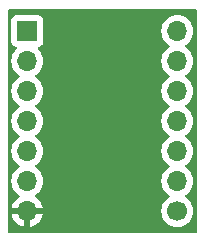
<source format=gbl>
%TF.GenerationSoftware,KiCad,Pcbnew,8.0.4*%
%TF.CreationDate,2025-01-06T14:25:04+00:00*%
%TF.ProjectId,tssop_14_breakout,7473736f-705f-4313-945f-627265616b6f,rev?*%
%TF.SameCoordinates,Original*%
%TF.FileFunction,Copper,L2,Bot*%
%TF.FilePolarity,Positive*%
%FSLAX46Y46*%
G04 Gerber Fmt 4.6, Leading zero omitted, Abs format (unit mm)*
G04 Created by KiCad (PCBNEW 8.0.4) date 2025-01-06 14:25:04*
%MOMM*%
%LPD*%
G01*
G04 APERTURE LIST*
%TA.AperFunction,ComponentPad*%
%ADD10R,1.700000X1.700000*%
%TD*%
%TA.AperFunction,ComponentPad*%
%ADD11O,1.700000X1.700000*%
%TD*%
%TA.AperFunction,ComponentPad*%
%ADD12C,1.700000*%
%TD*%
%TA.AperFunction,ViaPad*%
%ADD13C,0.600000*%
%TD*%
%TA.AperFunction,Conductor*%
%ADD14C,0.200000*%
%TD*%
%TA.AperFunction,Conductor*%
%ADD15C,0.500000*%
%TD*%
G04 APERTURE END LIST*
D10*
%TO.P,J7,1,Pin_1*%
%TO.N,Net-(J7-Pin_1)*%
X52150000Y-52380000D03*
D11*
%TO.P,J7,2,Pin_2*%
%TO.N,Net-(J7-Pin_2)*%
X52150000Y-54920000D03*
%TO.P,J7,3,Pin_3*%
%TO.N,Net-(J7-Pin_3)*%
X52150000Y-57460000D03*
%TO.P,J7,4,Pin_4*%
%TO.N,Net-(J7-Pin_4)*%
X52150000Y-60000000D03*
%TO.P,J7,5,Pin_5*%
%TO.N,Net-(J7-Pin_5)*%
X52150000Y-62540000D03*
%TO.P,J7,6,Pin_6*%
%TO.N,Net-(J7-Pin_6)*%
X52150000Y-65080000D03*
%TO.P,J7,7,Pin_7*%
%TO.N,/GND*%
X52150000Y-67620000D03*
%TD*%
D12*
%TO.P,J8,1,Pin_1*%
%TO.N,Net-(J8-Pin_1)*%
X64850000Y-67620000D03*
D11*
%TO.P,J8,2,Pin_2*%
%TO.N,Net-(J8-Pin_2)*%
X64850000Y-65080000D03*
%TO.P,J8,3,Pin_3*%
%TO.N,Net-(J8-Pin_3)*%
X64850000Y-62540000D03*
%TO.P,J8,4,Pin_4*%
%TO.N,Net-(J8-Pin_4)*%
X64850000Y-60000000D03*
%TO.P,J8,5,Pin_5*%
%TO.N,Net-(J8-Pin_5)*%
X64850000Y-57460000D03*
%TO.P,J8,6,Pin_6*%
%TO.N,Net-(J8-Pin_6)*%
X64850000Y-54920000D03*
%TO.P,J8,7,Pin_7*%
%TO.N,Net-(J8-Pin_7)*%
X64850000Y-52380000D03*
%TD*%
D13*
%TO.N,/GND*%
X57290000Y-65760000D03*
X57462500Y-58170000D03*
%TD*%
D14*
%TO.N,/GND*%
X57462500Y-65587500D02*
X57290000Y-65760000D01*
D15*
X57290000Y-65760000D02*
X55430000Y-67620000D01*
X55430000Y-67620000D02*
X52150000Y-67620000D01*
X57462500Y-58170000D02*
X57462500Y-65587500D01*
%TD*%
%TA.AperFunction,Conductor*%
%TO.N,/GND*%
G36*
X66442539Y-50520185D02*
G01*
X66488294Y-50572989D01*
X66499500Y-50624500D01*
X66499500Y-69375500D01*
X66479815Y-69442539D01*
X66427011Y-69488294D01*
X66375500Y-69499500D01*
X50624500Y-69499500D01*
X50557461Y-69479815D01*
X50511706Y-69427011D01*
X50500500Y-69375500D01*
X50500500Y-54919999D01*
X50794341Y-54919999D01*
X50794341Y-54920000D01*
X50814936Y-55155403D01*
X50814938Y-55155413D01*
X50876094Y-55383655D01*
X50876096Y-55383659D01*
X50876097Y-55383663D01*
X50975965Y-55597830D01*
X50975967Y-55597834D01*
X51111501Y-55791395D01*
X51111506Y-55791402D01*
X51278597Y-55958493D01*
X51278603Y-55958498D01*
X51464158Y-56088425D01*
X51507783Y-56143002D01*
X51514977Y-56212500D01*
X51483454Y-56274855D01*
X51464158Y-56291575D01*
X51278597Y-56421505D01*
X51111505Y-56588597D01*
X50975965Y-56782169D01*
X50975964Y-56782171D01*
X50876098Y-56996335D01*
X50876094Y-56996344D01*
X50814938Y-57224586D01*
X50814936Y-57224596D01*
X50794341Y-57459999D01*
X50794341Y-57460000D01*
X50814936Y-57695403D01*
X50814938Y-57695413D01*
X50876094Y-57923655D01*
X50876096Y-57923659D01*
X50876097Y-57923663D01*
X50975965Y-58137830D01*
X50975967Y-58137834D01*
X51111501Y-58331395D01*
X51111506Y-58331402D01*
X51278597Y-58498493D01*
X51278603Y-58498498D01*
X51464158Y-58628425D01*
X51507783Y-58683002D01*
X51514977Y-58752500D01*
X51483454Y-58814855D01*
X51464158Y-58831575D01*
X51278597Y-58961505D01*
X51111505Y-59128597D01*
X50975965Y-59322169D01*
X50975964Y-59322171D01*
X50876098Y-59536335D01*
X50876094Y-59536344D01*
X50814938Y-59764586D01*
X50814936Y-59764596D01*
X50794341Y-59999999D01*
X50794341Y-60000000D01*
X50814936Y-60235403D01*
X50814938Y-60235413D01*
X50876094Y-60463655D01*
X50876096Y-60463659D01*
X50876097Y-60463663D01*
X50975965Y-60677830D01*
X50975967Y-60677834D01*
X51111501Y-60871395D01*
X51111506Y-60871402D01*
X51278597Y-61038493D01*
X51278603Y-61038498D01*
X51464158Y-61168425D01*
X51507783Y-61223002D01*
X51514977Y-61292500D01*
X51483454Y-61354855D01*
X51464158Y-61371575D01*
X51278597Y-61501505D01*
X51111505Y-61668597D01*
X50975965Y-61862169D01*
X50975964Y-61862171D01*
X50876098Y-62076335D01*
X50876094Y-62076344D01*
X50814938Y-62304586D01*
X50814936Y-62304596D01*
X50794341Y-62539999D01*
X50794341Y-62540000D01*
X50814936Y-62775403D01*
X50814938Y-62775413D01*
X50876094Y-63003655D01*
X50876096Y-63003659D01*
X50876097Y-63003663D01*
X50975965Y-63217830D01*
X50975967Y-63217834D01*
X51111501Y-63411395D01*
X51111506Y-63411402D01*
X51278597Y-63578493D01*
X51278603Y-63578498D01*
X51464158Y-63708425D01*
X51507783Y-63763002D01*
X51514977Y-63832500D01*
X51483454Y-63894855D01*
X51464158Y-63911575D01*
X51278597Y-64041505D01*
X51111505Y-64208597D01*
X50975965Y-64402169D01*
X50975964Y-64402171D01*
X50876098Y-64616335D01*
X50876094Y-64616344D01*
X50814938Y-64844586D01*
X50814936Y-64844596D01*
X50794341Y-65079999D01*
X50794341Y-65080000D01*
X50814936Y-65315403D01*
X50814938Y-65315413D01*
X50876094Y-65543655D01*
X50876096Y-65543659D01*
X50876097Y-65543663D01*
X50975965Y-65757830D01*
X50975967Y-65757834D01*
X51111501Y-65951395D01*
X51111506Y-65951402D01*
X51278597Y-66118493D01*
X51278603Y-66118498D01*
X51464594Y-66248730D01*
X51508219Y-66303307D01*
X51515413Y-66372805D01*
X51483890Y-66435160D01*
X51464595Y-66451880D01*
X51278922Y-66581890D01*
X51278920Y-66581891D01*
X51111891Y-66748920D01*
X51111886Y-66748926D01*
X50976400Y-66942420D01*
X50976399Y-66942422D01*
X50876570Y-67156507D01*
X50876567Y-67156513D01*
X50819364Y-67369999D01*
X50819364Y-67370000D01*
X51716988Y-67370000D01*
X51684075Y-67427007D01*
X51650000Y-67554174D01*
X51650000Y-67685826D01*
X51684075Y-67812993D01*
X51716988Y-67870000D01*
X50819364Y-67870000D01*
X50876567Y-68083486D01*
X50876570Y-68083492D01*
X50976399Y-68297578D01*
X51111894Y-68491082D01*
X51278917Y-68658105D01*
X51472421Y-68793600D01*
X51686507Y-68893429D01*
X51686516Y-68893433D01*
X51900000Y-68950634D01*
X51900000Y-68053012D01*
X51957007Y-68085925D01*
X52084174Y-68120000D01*
X52215826Y-68120000D01*
X52342993Y-68085925D01*
X52400000Y-68053012D01*
X52400000Y-68950633D01*
X52613483Y-68893433D01*
X52613492Y-68893429D01*
X52827578Y-68793600D01*
X53021082Y-68658105D01*
X53188105Y-68491082D01*
X53323600Y-68297578D01*
X53423429Y-68083492D01*
X53423432Y-68083486D01*
X53480636Y-67870000D01*
X52583012Y-67870000D01*
X52615925Y-67812993D01*
X52650000Y-67685826D01*
X52650000Y-67554174D01*
X52615925Y-67427007D01*
X52583012Y-67370000D01*
X53480636Y-67370000D01*
X53480635Y-67369999D01*
X53423432Y-67156513D01*
X53423429Y-67156507D01*
X53323600Y-66942422D01*
X53323599Y-66942420D01*
X53188113Y-66748926D01*
X53188108Y-66748920D01*
X53021078Y-66581890D01*
X52835405Y-66451879D01*
X52791780Y-66397302D01*
X52784588Y-66327804D01*
X52816110Y-66265449D01*
X52835406Y-66248730D01*
X52835842Y-66248425D01*
X53021401Y-66118495D01*
X53188495Y-65951401D01*
X53324035Y-65757830D01*
X53423903Y-65543663D01*
X53485063Y-65315408D01*
X53505659Y-65080000D01*
X53485063Y-64844592D01*
X53423903Y-64616337D01*
X53324035Y-64402171D01*
X53188495Y-64208599D01*
X53188494Y-64208597D01*
X53021402Y-64041506D01*
X53021396Y-64041501D01*
X52835842Y-63911575D01*
X52792217Y-63856998D01*
X52785023Y-63787500D01*
X52816546Y-63725145D01*
X52835842Y-63708425D01*
X52858026Y-63692891D01*
X53021401Y-63578495D01*
X53188495Y-63411401D01*
X53324035Y-63217830D01*
X53423903Y-63003663D01*
X53485063Y-62775408D01*
X53505659Y-62540000D01*
X53485063Y-62304592D01*
X53423903Y-62076337D01*
X53324035Y-61862171D01*
X53188495Y-61668599D01*
X53188494Y-61668597D01*
X53021402Y-61501506D01*
X53021396Y-61501501D01*
X52835842Y-61371575D01*
X52792217Y-61316998D01*
X52785023Y-61247500D01*
X52816546Y-61185145D01*
X52835842Y-61168425D01*
X52858026Y-61152891D01*
X53021401Y-61038495D01*
X53188495Y-60871401D01*
X53324035Y-60677830D01*
X53423903Y-60463663D01*
X53485063Y-60235408D01*
X53505659Y-60000000D01*
X53485063Y-59764592D01*
X53423903Y-59536337D01*
X53324035Y-59322171D01*
X53188495Y-59128599D01*
X53188494Y-59128597D01*
X53021402Y-58961506D01*
X53021396Y-58961501D01*
X52835842Y-58831575D01*
X52792217Y-58776998D01*
X52785023Y-58707500D01*
X52816546Y-58645145D01*
X52835842Y-58628425D01*
X52858026Y-58612891D01*
X53021401Y-58498495D01*
X53188495Y-58331401D01*
X53324035Y-58137830D01*
X53423903Y-57923663D01*
X53485063Y-57695408D01*
X53505659Y-57460000D01*
X53485063Y-57224592D01*
X53423903Y-56996337D01*
X53324035Y-56782171D01*
X53188495Y-56588599D01*
X53188494Y-56588597D01*
X53021402Y-56421506D01*
X53021396Y-56421501D01*
X52835842Y-56291575D01*
X52792217Y-56236998D01*
X52785023Y-56167500D01*
X52816546Y-56105145D01*
X52835842Y-56088425D01*
X52858026Y-56072891D01*
X53021401Y-55958495D01*
X53188495Y-55791401D01*
X53324035Y-55597830D01*
X53423903Y-55383663D01*
X53485063Y-55155408D01*
X53505659Y-54920000D01*
X53485063Y-54684592D01*
X53423903Y-54456337D01*
X53324035Y-54242171D01*
X53188495Y-54048599D01*
X53066567Y-53926671D01*
X53033084Y-53865351D01*
X53038068Y-53795659D01*
X53079939Y-53739725D01*
X53110915Y-53722810D01*
X53242331Y-53673796D01*
X53357546Y-53587546D01*
X53443796Y-53472331D01*
X53494091Y-53337483D01*
X53500500Y-53277873D01*
X53500499Y-52379999D01*
X63494341Y-52379999D01*
X63494341Y-52380000D01*
X63514936Y-52615403D01*
X63514938Y-52615413D01*
X63576094Y-52843655D01*
X63576096Y-52843659D01*
X63576097Y-52843663D01*
X63675965Y-53057830D01*
X63675967Y-53057834D01*
X63811501Y-53251395D01*
X63811506Y-53251402D01*
X63978597Y-53418493D01*
X63978603Y-53418498D01*
X64164158Y-53548425D01*
X64207783Y-53603002D01*
X64214977Y-53672500D01*
X64183454Y-53734855D01*
X64164158Y-53751575D01*
X63978597Y-53881505D01*
X63811505Y-54048597D01*
X63675965Y-54242169D01*
X63675964Y-54242171D01*
X63576098Y-54456335D01*
X63576094Y-54456344D01*
X63514938Y-54684586D01*
X63514936Y-54684596D01*
X63494341Y-54919999D01*
X63494341Y-54920000D01*
X63514936Y-55155403D01*
X63514938Y-55155413D01*
X63576094Y-55383655D01*
X63576096Y-55383659D01*
X63576097Y-55383663D01*
X63675965Y-55597830D01*
X63675967Y-55597834D01*
X63811501Y-55791395D01*
X63811506Y-55791402D01*
X63978597Y-55958493D01*
X63978603Y-55958498D01*
X64164158Y-56088425D01*
X64207783Y-56143002D01*
X64214977Y-56212500D01*
X64183454Y-56274855D01*
X64164158Y-56291575D01*
X63978597Y-56421505D01*
X63811505Y-56588597D01*
X63675965Y-56782169D01*
X63675964Y-56782171D01*
X63576098Y-56996335D01*
X63576094Y-56996344D01*
X63514938Y-57224586D01*
X63514936Y-57224596D01*
X63494341Y-57459999D01*
X63494341Y-57460000D01*
X63514936Y-57695403D01*
X63514938Y-57695413D01*
X63576094Y-57923655D01*
X63576096Y-57923659D01*
X63576097Y-57923663D01*
X63675965Y-58137830D01*
X63675967Y-58137834D01*
X63811501Y-58331395D01*
X63811506Y-58331402D01*
X63978597Y-58498493D01*
X63978603Y-58498498D01*
X64164158Y-58628425D01*
X64207783Y-58683002D01*
X64214977Y-58752500D01*
X64183454Y-58814855D01*
X64164158Y-58831575D01*
X63978597Y-58961505D01*
X63811505Y-59128597D01*
X63675965Y-59322169D01*
X63675964Y-59322171D01*
X63576098Y-59536335D01*
X63576094Y-59536344D01*
X63514938Y-59764586D01*
X63514936Y-59764596D01*
X63494341Y-59999999D01*
X63494341Y-60000000D01*
X63514936Y-60235403D01*
X63514938Y-60235413D01*
X63576094Y-60463655D01*
X63576096Y-60463659D01*
X63576097Y-60463663D01*
X63675965Y-60677830D01*
X63675967Y-60677834D01*
X63811501Y-60871395D01*
X63811506Y-60871402D01*
X63978597Y-61038493D01*
X63978603Y-61038498D01*
X64164158Y-61168425D01*
X64207783Y-61223002D01*
X64214977Y-61292500D01*
X64183454Y-61354855D01*
X64164158Y-61371575D01*
X63978597Y-61501505D01*
X63811505Y-61668597D01*
X63675965Y-61862169D01*
X63675964Y-61862171D01*
X63576098Y-62076335D01*
X63576094Y-62076344D01*
X63514938Y-62304586D01*
X63514936Y-62304596D01*
X63494341Y-62539999D01*
X63494341Y-62540000D01*
X63514936Y-62775403D01*
X63514938Y-62775413D01*
X63576094Y-63003655D01*
X63576096Y-63003659D01*
X63576097Y-63003663D01*
X63675965Y-63217830D01*
X63675967Y-63217834D01*
X63811501Y-63411395D01*
X63811506Y-63411402D01*
X63978597Y-63578493D01*
X63978603Y-63578498D01*
X64164158Y-63708425D01*
X64207783Y-63763002D01*
X64214977Y-63832500D01*
X64183454Y-63894855D01*
X64164158Y-63911575D01*
X63978597Y-64041505D01*
X63811505Y-64208597D01*
X63675965Y-64402169D01*
X63675964Y-64402171D01*
X63576098Y-64616335D01*
X63576094Y-64616344D01*
X63514938Y-64844586D01*
X63514936Y-64844596D01*
X63494341Y-65079999D01*
X63494341Y-65080000D01*
X63514936Y-65315403D01*
X63514938Y-65315413D01*
X63576094Y-65543655D01*
X63576096Y-65543659D01*
X63576097Y-65543663D01*
X63675965Y-65757830D01*
X63675967Y-65757834D01*
X63811501Y-65951395D01*
X63811506Y-65951402D01*
X63978597Y-66118493D01*
X63978603Y-66118498D01*
X64164158Y-66248425D01*
X64207783Y-66303002D01*
X64214977Y-66372500D01*
X64183454Y-66434855D01*
X64164158Y-66451575D01*
X63978597Y-66581505D01*
X63811505Y-66748597D01*
X63675965Y-66942169D01*
X63675964Y-66942171D01*
X63576098Y-67156335D01*
X63576094Y-67156344D01*
X63514938Y-67384586D01*
X63514936Y-67384596D01*
X63494341Y-67619999D01*
X63494341Y-67620000D01*
X63514936Y-67855403D01*
X63514938Y-67855413D01*
X63576094Y-68083655D01*
X63576096Y-68083659D01*
X63576097Y-68083663D01*
X63675847Y-68297578D01*
X63675965Y-68297830D01*
X63675967Y-68297834D01*
X63784281Y-68452521D01*
X63811505Y-68491401D01*
X63978599Y-68658495D01*
X64075384Y-68726265D01*
X64172165Y-68794032D01*
X64172167Y-68794033D01*
X64172170Y-68794035D01*
X64386337Y-68893903D01*
X64614592Y-68955063D01*
X64802918Y-68971539D01*
X64849999Y-68975659D01*
X64850000Y-68975659D01*
X64850001Y-68975659D01*
X64889234Y-68972226D01*
X65085408Y-68955063D01*
X65313663Y-68893903D01*
X65527830Y-68794035D01*
X65721401Y-68658495D01*
X65888495Y-68491401D01*
X66024035Y-68297830D01*
X66123903Y-68083663D01*
X66185063Y-67855408D01*
X66205659Y-67620000D01*
X66185063Y-67384592D01*
X66123903Y-67156337D01*
X66024035Y-66942171D01*
X65888495Y-66748599D01*
X65888494Y-66748597D01*
X65721402Y-66581506D01*
X65721396Y-66581501D01*
X65535842Y-66451575D01*
X65492217Y-66396998D01*
X65485023Y-66327500D01*
X65516546Y-66265145D01*
X65535842Y-66248425D01*
X65558026Y-66232891D01*
X65721401Y-66118495D01*
X65888495Y-65951401D01*
X66024035Y-65757830D01*
X66123903Y-65543663D01*
X66185063Y-65315408D01*
X66205659Y-65080000D01*
X66185063Y-64844592D01*
X66123903Y-64616337D01*
X66024035Y-64402171D01*
X65888495Y-64208599D01*
X65888494Y-64208597D01*
X65721402Y-64041506D01*
X65721396Y-64041501D01*
X65535842Y-63911575D01*
X65492217Y-63856998D01*
X65485023Y-63787500D01*
X65516546Y-63725145D01*
X65535842Y-63708425D01*
X65558026Y-63692891D01*
X65721401Y-63578495D01*
X65888495Y-63411401D01*
X66024035Y-63217830D01*
X66123903Y-63003663D01*
X66185063Y-62775408D01*
X66205659Y-62540000D01*
X66185063Y-62304592D01*
X66123903Y-62076337D01*
X66024035Y-61862171D01*
X65888495Y-61668599D01*
X65888494Y-61668597D01*
X65721402Y-61501506D01*
X65721396Y-61501501D01*
X65535842Y-61371575D01*
X65492217Y-61316998D01*
X65485023Y-61247500D01*
X65516546Y-61185145D01*
X65535842Y-61168425D01*
X65558026Y-61152891D01*
X65721401Y-61038495D01*
X65888495Y-60871401D01*
X66024035Y-60677830D01*
X66123903Y-60463663D01*
X66185063Y-60235408D01*
X66205659Y-60000000D01*
X66185063Y-59764592D01*
X66123903Y-59536337D01*
X66024035Y-59322171D01*
X65888495Y-59128599D01*
X65888494Y-59128597D01*
X65721402Y-58961506D01*
X65721396Y-58961501D01*
X65535842Y-58831575D01*
X65492217Y-58776998D01*
X65485023Y-58707500D01*
X65516546Y-58645145D01*
X65535842Y-58628425D01*
X65558026Y-58612891D01*
X65721401Y-58498495D01*
X65888495Y-58331401D01*
X66024035Y-58137830D01*
X66123903Y-57923663D01*
X66185063Y-57695408D01*
X66205659Y-57460000D01*
X66185063Y-57224592D01*
X66123903Y-56996337D01*
X66024035Y-56782171D01*
X65888495Y-56588599D01*
X65888494Y-56588597D01*
X65721402Y-56421506D01*
X65721396Y-56421501D01*
X65535842Y-56291575D01*
X65492217Y-56236998D01*
X65485023Y-56167500D01*
X65516546Y-56105145D01*
X65535842Y-56088425D01*
X65558026Y-56072891D01*
X65721401Y-55958495D01*
X65888495Y-55791401D01*
X66024035Y-55597830D01*
X66123903Y-55383663D01*
X66185063Y-55155408D01*
X66205659Y-54920000D01*
X66185063Y-54684592D01*
X66123903Y-54456337D01*
X66024035Y-54242171D01*
X65888495Y-54048599D01*
X65888494Y-54048597D01*
X65721402Y-53881506D01*
X65721396Y-53881501D01*
X65535842Y-53751575D01*
X65492217Y-53696998D01*
X65485023Y-53627500D01*
X65516546Y-53565145D01*
X65535842Y-53548425D01*
X65558026Y-53532891D01*
X65721401Y-53418495D01*
X65888495Y-53251401D01*
X66024035Y-53057830D01*
X66123903Y-52843663D01*
X66185063Y-52615408D01*
X66205659Y-52380000D01*
X66185063Y-52144592D01*
X66123903Y-51916337D01*
X66024035Y-51702171D01*
X65888495Y-51508599D01*
X65888494Y-51508597D01*
X65721402Y-51341506D01*
X65721395Y-51341501D01*
X65527834Y-51205967D01*
X65527830Y-51205965D01*
X65527828Y-51205964D01*
X65313663Y-51106097D01*
X65313659Y-51106096D01*
X65313655Y-51106094D01*
X65085413Y-51044938D01*
X65085403Y-51044936D01*
X64850001Y-51024341D01*
X64849999Y-51024341D01*
X64614596Y-51044936D01*
X64614586Y-51044938D01*
X64386344Y-51106094D01*
X64386335Y-51106098D01*
X64172171Y-51205964D01*
X64172169Y-51205965D01*
X63978597Y-51341505D01*
X63811505Y-51508597D01*
X63675965Y-51702169D01*
X63675964Y-51702171D01*
X63576098Y-51916335D01*
X63576094Y-51916344D01*
X63514938Y-52144586D01*
X63514936Y-52144596D01*
X63494341Y-52379999D01*
X53500499Y-52379999D01*
X53500499Y-51482128D01*
X53494091Y-51422517D01*
X53443796Y-51287669D01*
X53443795Y-51287668D01*
X53443793Y-51287664D01*
X53357547Y-51172455D01*
X53357544Y-51172452D01*
X53242335Y-51086206D01*
X53242328Y-51086202D01*
X53107482Y-51035908D01*
X53107483Y-51035908D01*
X53047883Y-51029501D01*
X53047881Y-51029500D01*
X53047873Y-51029500D01*
X53047864Y-51029500D01*
X51252129Y-51029500D01*
X51252123Y-51029501D01*
X51192516Y-51035908D01*
X51057671Y-51086202D01*
X51057664Y-51086206D01*
X50942455Y-51172452D01*
X50942452Y-51172455D01*
X50856206Y-51287664D01*
X50856202Y-51287671D01*
X50805908Y-51422517D01*
X50799501Y-51482116D01*
X50799501Y-51482123D01*
X50799500Y-51482135D01*
X50799500Y-53277870D01*
X50799501Y-53277876D01*
X50805908Y-53337483D01*
X50856202Y-53472328D01*
X50856206Y-53472335D01*
X50942452Y-53587544D01*
X50942455Y-53587547D01*
X51057664Y-53673793D01*
X51057671Y-53673797D01*
X51189081Y-53722810D01*
X51245015Y-53764681D01*
X51269432Y-53830145D01*
X51254580Y-53898418D01*
X51233430Y-53926673D01*
X51111503Y-54048600D01*
X50975965Y-54242169D01*
X50975964Y-54242171D01*
X50876098Y-54456335D01*
X50876094Y-54456344D01*
X50814938Y-54684586D01*
X50814936Y-54684596D01*
X50794341Y-54919999D01*
X50500500Y-54919999D01*
X50500500Y-50624500D01*
X50520185Y-50557461D01*
X50572989Y-50511706D01*
X50624500Y-50500500D01*
X66375500Y-50500500D01*
X66442539Y-50520185D01*
G37*
%TD.AperFunction*%
%TD*%
M02*

</source>
